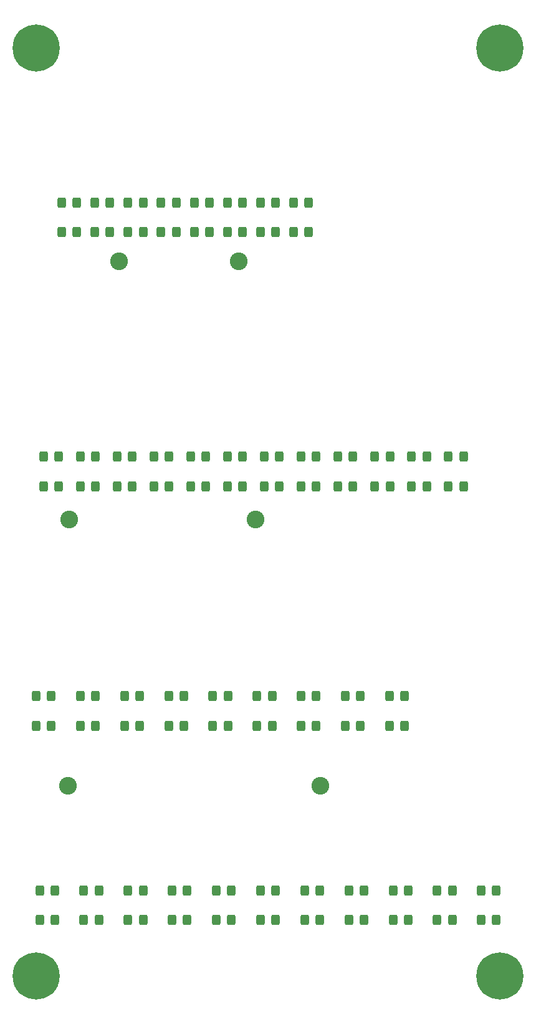
<source format=gbr>
%TF.GenerationSoftware,KiCad,Pcbnew,8.0.4*%
%TF.CreationDate,2024-07-29T20:22:16+09:30*%
%TF.ProjectId,2024_LED_Breakout_Board,32303234-5f4c-4454-945f-427265616b6f,rev?*%
%TF.SameCoordinates,Original*%
%TF.FileFunction,Soldermask,Top*%
%TF.FilePolarity,Negative*%
%FSLAX46Y46*%
G04 Gerber Fmt 4.6, Leading zero omitted, Abs format (unit mm)*
G04 Created by KiCad (PCBNEW 8.0.4) date 2024-07-29 20:22:16*
%MOMM*%
%LPD*%
G01*
G04 APERTURE LIST*
G04 Aperture macros list*
%AMRoundRect*
0 Rectangle with rounded corners*
0 $1 Rounding radius*
0 $2 $3 $4 $5 $6 $7 $8 $9 X,Y pos of 4 corners*
0 Add a 4 corners polygon primitive as box body*
4,1,4,$2,$3,$4,$5,$6,$7,$8,$9,$2,$3,0*
0 Add four circle primitives for the rounded corners*
1,1,$1+$1,$2,$3*
1,1,$1+$1,$4,$5*
1,1,$1+$1,$6,$7*
1,1,$1+$1,$8,$9*
0 Add four rect primitives between the rounded corners*
20,1,$1+$1,$2,$3,$4,$5,0*
20,1,$1+$1,$4,$5,$6,$7,0*
20,1,$1+$1,$6,$7,$8,$9,0*
20,1,$1+$1,$8,$9,$2,$3,0*%
G04 Aperture macros list end*
%ADD10RoundRect,0.250000X-0.325000X-0.450000X0.325000X-0.450000X0.325000X0.450000X-0.325000X0.450000X0*%
%ADD11C,0.800000*%
%ADD12C,6.400000*%
%ADD13C,2.410000*%
G04 APERTURE END LIST*
D10*
%TO.C,RS7*%
X167050000Y-188400000D03*
X169100000Y-188400000D03*
%TD*%
%TO.C,LED1*%
X134050000Y-91000000D03*
X136100000Y-91000000D03*
%TD*%
%TO.C,LEDS13*%
X136575000Y-158000000D03*
X138625000Y-158000000D03*
%TD*%
%TO.C,RS13*%
X136575000Y-162000000D03*
X138625000Y-162000000D03*
%TD*%
%TO.C,RS1*%
X131050000Y-188400000D03*
X133100000Y-188400000D03*
%TD*%
%TO.C,LEDS16*%
X154575000Y-158000000D03*
X156625000Y-158000000D03*
%TD*%
%TO.C,R5*%
X152050000Y-95000000D03*
X154100000Y-95000000D03*
%TD*%
%TO.C,LEDS10*%
X185050000Y-184400000D03*
X187100000Y-184400000D03*
%TD*%
%TO.C,R16*%
X166575000Y-129500000D03*
X168625000Y-129500000D03*
%TD*%
%TO.C,R7*%
X161050000Y-95000000D03*
X163100000Y-95000000D03*
%TD*%
%TO.C,R12*%
X146575000Y-129500000D03*
X148625000Y-129500000D03*
%TD*%
%TO.C,LEDS7*%
X167050000Y-184400000D03*
X169100000Y-184400000D03*
%TD*%
%TO.C,R15*%
X161575000Y-129500000D03*
X163625000Y-129500000D03*
%TD*%
%TO.C,R3*%
X143050000Y-95000000D03*
X145100000Y-95000000D03*
%TD*%
D11*
%TO.C,H3*%
X191200000Y-70000000D03*
X191902944Y-68302944D03*
X191902944Y-71697056D03*
X193600000Y-67600000D03*
D12*
X193600000Y-70000000D03*
D11*
X193600000Y-72400000D03*
X195297056Y-68302944D03*
X195297056Y-71697056D03*
X196000000Y-70000000D03*
%TD*%
D10*
%TO.C,LEDS12*%
X130575000Y-158000000D03*
X132625000Y-158000000D03*
%TD*%
%TO.C,LED7*%
X161050000Y-91000000D03*
X163100000Y-91000000D03*
%TD*%
%TO.C,LED15*%
X161575000Y-125500000D03*
X163625000Y-125500000D03*
%TD*%
%TO.C,LED9*%
X131575000Y-125500000D03*
X133625000Y-125500000D03*
%TD*%
%TO.C,LEDS9*%
X179050000Y-184400000D03*
X181100000Y-184400000D03*
%TD*%
%TO.C,RS17*%
X160575000Y-162000000D03*
X162625000Y-162000000D03*
%TD*%
%TO.C,R13*%
X151575000Y-129500000D03*
X153625000Y-129500000D03*
%TD*%
%TO.C,LED20*%
X186575000Y-125500000D03*
X188625000Y-125500000D03*
%TD*%
%TO.C,RS15*%
X148575000Y-162000000D03*
X150625000Y-162000000D03*
%TD*%
%TO.C,LEDS2*%
X137050000Y-184400000D03*
X139100000Y-184400000D03*
%TD*%
%TO.C,LED16*%
X166575000Y-125500000D03*
X168625000Y-125500000D03*
%TD*%
%TO.C,RS12*%
X130575000Y-162000000D03*
X132625000Y-162000000D03*
%TD*%
%TO.C,R1*%
X134050000Y-95000000D03*
X136100000Y-95000000D03*
%TD*%
%TO.C,LEDS11*%
X191050000Y-184400000D03*
X193100000Y-184400000D03*
%TD*%
%TO.C,R9*%
X131575000Y-129500000D03*
X133625000Y-129500000D03*
%TD*%
%TO.C,RS9*%
X179050000Y-188400000D03*
X181100000Y-188400000D03*
%TD*%
D11*
%TO.C,H2*%
X128200000Y-196000000D03*
X128902944Y-194302944D03*
X128902944Y-197697056D03*
X130600000Y-193600000D03*
D12*
X130600000Y-196000000D03*
D11*
X130600000Y-198400000D03*
X132297056Y-194302944D03*
X132297056Y-197697056D03*
X133000000Y-196000000D03*
%TD*%
D10*
%TO.C,RS6*%
X161050000Y-188400000D03*
X163100000Y-188400000D03*
%TD*%
%TO.C,R19*%
X181575000Y-129500000D03*
X183625000Y-129500000D03*
%TD*%
%TO.C,LED17*%
X171575000Y-125500000D03*
X173625000Y-125500000D03*
%TD*%
%TO.C,LEDS5*%
X155050000Y-184400000D03*
X157100000Y-184400000D03*
%TD*%
%TO.C,RS18*%
X166575000Y-162000000D03*
X168625000Y-162000000D03*
%TD*%
%TO.C,LED8*%
X165550000Y-91000000D03*
X167600000Y-91000000D03*
%TD*%
%TO.C,R6*%
X156550000Y-95000000D03*
X158600000Y-95000000D03*
%TD*%
%TO.C,LED11*%
X141575000Y-125500000D03*
X143625000Y-125500000D03*
%TD*%
%TO.C,LED12*%
X146575000Y-125500000D03*
X148625000Y-125500000D03*
%TD*%
%TO.C,RS19*%
X172575000Y-162000000D03*
X174625000Y-162000000D03*
%TD*%
%TO.C,RS10*%
X185050000Y-188400000D03*
X187100000Y-188400000D03*
%TD*%
%TO.C,LED2*%
X138550000Y-91000000D03*
X140600000Y-91000000D03*
%TD*%
%TO.C,LEDS4*%
X149050000Y-184400000D03*
X151100000Y-184400000D03*
%TD*%
%TO.C,R11*%
X141575000Y-129500000D03*
X143625000Y-129500000D03*
%TD*%
%TO.C,LEDS1*%
X131050000Y-184400000D03*
X133100000Y-184400000D03*
%TD*%
%TO.C,RS11*%
X191050000Y-188400000D03*
X193100000Y-188400000D03*
%TD*%
%TO.C,R10*%
X136575000Y-129500000D03*
X138625000Y-129500000D03*
%TD*%
%TO.C,LED10*%
X136575000Y-125500000D03*
X138625000Y-125500000D03*
%TD*%
%TO.C,LEDS6*%
X161050000Y-184400000D03*
X163100000Y-184400000D03*
%TD*%
%TO.C,LEDS15*%
X148575000Y-158000000D03*
X150625000Y-158000000D03*
%TD*%
%TO.C,R4*%
X147550000Y-95000000D03*
X149600000Y-95000000D03*
%TD*%
%TO.C,LED14*%
X156575000Y-125500000D03*
X158625000Y-125500000D03*
%TD*%
%TO.C,LEDS19*%
X172575000Y-158000000D03*
X174625000Y-158000000D03*
%TD*%
%TO.C,R14*%
X156575000Y-129500000D03*
X158625000Y-129500000D03*
%TD*%
%TO.C,LED18*%
X176575000Y-125500000D03*
X178625000Y-125500000D03*
%TD*%
%TO.C,R18*%
X176575000Y-129500000D03*
X178625000Y-129500000D03*
%TD*%
%TO.C,RS2*%
X137050000Y-188400000D03*
X139100000Y-188400000D03*
%TD*%
%TO.C,LED13*%
X151575000Y-125500000D03*
X153625000Y-125500000D03*
%TD*%
%TO.C,RS8*%
X173050000Y-188400000D03*
X175100000Y-188400000D03*
%TD*%
%TO.C,R2*%
X138550000Y-95000000D03*
X140600000Y-95000000D03*
%TD*%
%TO.C,RS16*%
X154575000Y-162000000D03*
X156625000Y-162000000D03*
%TD*%
%TO.C,LED5*%
X152050000Y-91000000D03*
X154100000Y-91000000D03*
%TD*%
%TO.C,LED6*%
X156550000Y-91000000D03*
X158600000Y-91000000D03*
%TD*%
%TO.C,R8*%
X165550000Y-95000000D03*
X167600000Y-95000000D03*
%TD*%
%TO.C,LEDS20*%
X178575000Y-158000000D03*
X180625000Y-158000000D03*
%TD*%
D11*
%TO.C,H4*%
X191200000Y-196000000D03*
X191902944Y-194302944D03*
X191902944Y-197697056D03*
X193600000Y-193600000D03*
D12*
X193600000Y-196000000D03*
D11*
X193600000Y-198400000D03*
X195297056Y-194302944D03*
X195297056Y-197697056D03*
X196000000Y-196000000D03*
%TD*%
D10*
%TO.C,R17*%
X171575000Y-129500000D03*
X173625000Y-129500000D03*
%TD*%
%TO.C,RS14*%
X142575000Y-162000000D03*
X144625000Y-162000000D03*
%TD*%
%TO.C,LED3*%
X143050000Y-91000000D03*
X145100000Y-91000000D03*
%TD*%
%TO.C,RS20*%
X178575000Y-162000000D03*
X180625000Y-162000000D03*
%TD*%
D11*
%TO.C,H1*%
X128200000Y-70000000D03*
X128902944Y-68302944D03*
X128902944Y-71697056D03*
X130600000Y-67600000D03*
D12*
X130600000Y-70000000D03*
D11*
X130600000Y-72400000D03*
X132297056Y-68302944D03*
X132297056Y-71697056D03*
X133000000Y-70000000D03*
%TD*%
D10*
%TO.C,LEDS8*%
X173050000Y-184400000D03*
X175100000Y-184400000D03*
%TD*%
%TO.C,LEDS18*%
X166575000Y-158000000D03*
X168625000Y-158000000D03*
%TD*%
%TO.C,LEDS17*%
X160575000Y-158000000D03*
X162625000Y-158000000D03*
%TD*%
%TO.C,LEDS14*%
X142575000Y-158000000D03*
X144625000Y-158000000D03*
%TD*%
%TO.C,RS5*%
X155050000Y-188400000D03*
X157100000Y-188400000D03*
%TD*%
%TO.C,LED19*%
X181575000Y-125500000D03*
X183625000Y-125500000D03*
%TD*%
%TO.C,RS3*%
X143050000Y-188400000D03*
X145100000Y-188400000D03*
%TD*%
%TO.C,R20*%
X186575000Y-129500000D03*
X188625000Y-129500000D03*
%TD*%
%TO.C,LEDS3*%
X143050000Y-184400000D03*
X145100000Y-184400000D03*
%TD*%
%TO.C,RS4*%
X149050000Y-188400000D03*
X151100000Y-188400000D03*
%TD*%
%TO.C,LED4*%
X147550000Y-91000000D03*
X149600000Y-91000000D03*
%TD*%
D13*
%TO.C,J2*%
X160350000Y-134000000D03*
X135050000Y-134000000D03*
%TD*%
%TO.C,J1*%
X158100000Y-99000000D03*
X141800000Y-99000000D03*
%TD*%
%TO.C,J3*%
X169200000Y-170200000D03*
X134900000Y-170200000D03*
%TD*%
M02*

</source>
